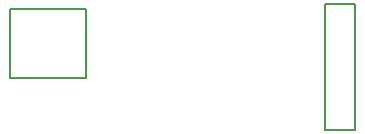
<source format=gbr>
G04*
G04 #@! TF.GenerationSoftware,Altium Limited,Altium Designer,23.0.1 (38)*
G04*
G04 Layer_Color=32896*
%FSLAX25Y25*%
%MOIN*%
G70*
G04*
G04 #@! TF.SameCoordinates,96643D2F-BE8E-4E12-8B93-A60CB91944C5*
G04*
G04*
G04 #@! TF.FilePolarity,Positive*
G04*
G01*
G75*
%ADD12C,0.00787*%
D12*
X301303Y81602D02*
Y104831D01*
X326697D01*
Y81602D02*
Y104831D01*
X301303Y81602D02*
X326697D01*
X406500Y64516D02*
X416500D01*
X406500D02*
Y106484D01*
X416500D01*
Y64516D02*
Y106484D01*
M02*

</source>
